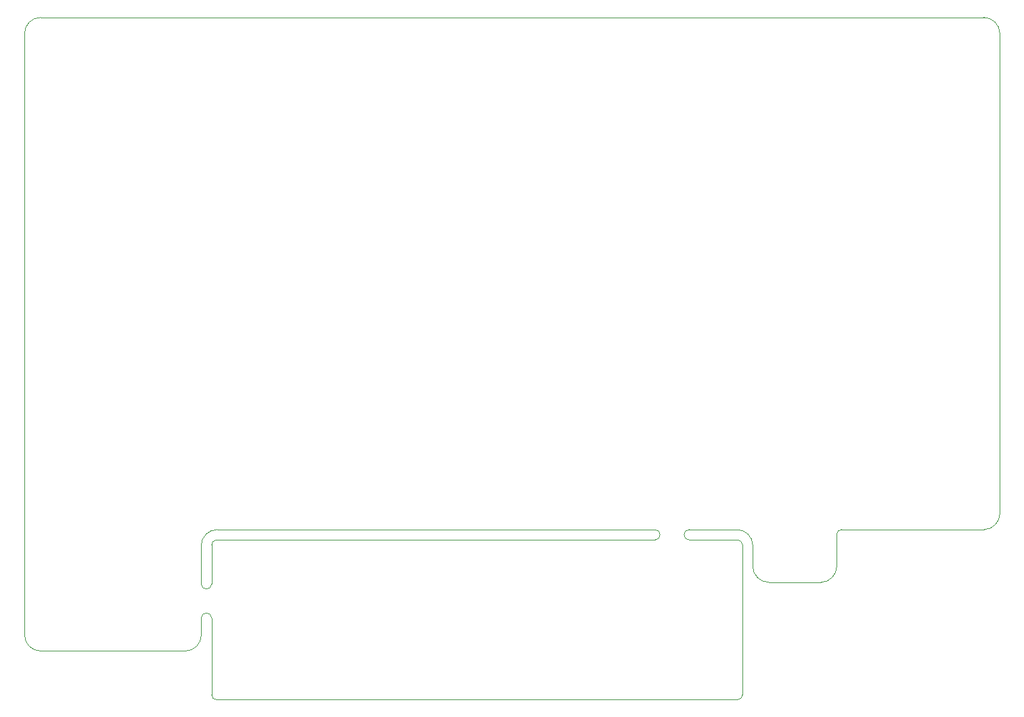
<source format=gm1>
%TF.GenerationSoftware,KiCad,Pcbnew,(6.0.4)*%
%TF.CreationDate,2022-07-25T21:25:33-05:00*%
%TF.ProjectId,SchiitBox,53636869-6974-4426-9f78-2e6b69636164,rev?*%
%TF.SameCoordinates,Original*%
%TF.FileFunction,Profile,NP*%
%FSLAX46Y46*%
G04 Gerber Fmt 4.6, Leading zero omitted, Abs format (unit mm)*
G04 Created by KiCad (PCBNEW (6.0.4)) date 2022-07-25 21:25:33*
%MOMM*%
%LPD*%
G01*
G04 APERTURE LIST*
%TA.AperFunction,Profile*%
%ADD10C,0.050000*%
%TD*%
G04 APERTURE END LIST*
D10*
X44100000Y-84600000D02*
G75*
G03*
X42100000Y-86600000I0J-2000000D01*
G01*
X122200000Y-84600600D02*
G75*
G03*
X121600000Y-85200624I0J-600000D01*
G01*
X119600000Y-91200000D02*
G75*
G03*
X121600000Y-89200000I0J2000000D01*
G01*
X98850000Y-85900000D02*
G75*
G03*
X98850000Y-84600000I0J650000D01*
G01*
X140000000Y-20500000D02*
X22000000Y-20500000D01*
X20000000Y-22500000D02*
X20000000Y-97800000D01*
X44000000Y-85900000D02*
G75*
G03*
X43400000Y-86500000I0J-600000D01*
G01*
X109100000Y-84600000D02*
X103150000Y-84600000D01*
X40100000Y-99800000D02*
G75*
G03*
X42100000Y-97800000I0J2000000D01*
G01*
X109800000Y-86500000D02*
G75*
G03*
X109200000Y-85900000I-600000J0D01*
G01*
X43400000Y-95700000D02*
X43400000Y-105300000D01*
X98850000Y-84600000D02*
X44100000Y-84600000D01*
X44000000Y-105900000D02*
X109200001Y-105899999D01*
X140000000Y-84600000D02*
G75*
G03*
X142000000Y-82600000I0J2000000D01*
G01*
X40100000Y-99800000D02*
X22000000Y-99800000D01*
X103150000Y-85900000D02*
X109200000Y-85900000D01*
X111100000Y-86600000D02*
G75*
G03*
X109100000Y-84600000I-2000000J0D01*
G01*
X53300000Y-85900000D02*
X44000000Y-85900000D01*
X109800001Y-105299999D02*
X109800000Y-86500000D01*
X142000000Y-82600000D02*
X142000000Y-22500000D01*
X111100000Y-89200000D02*
X111100000Y-86600000D01*
X98850000Y-85900000D02*
X53300000Y-85900000D01*
X140000000Y-84600000D02*
X122200000Y-84600624D01*
X42100000Y-95700000D02*
X42100000Y-97800000D01*
X121600000Y-85200624D02*
X121600000Y-89200000D01*
X142000000Y-22500000D02*
G75*
G03*
X140000000Y-20500000I-2000000J0D01*
G01*
X119600000Y-91200000D02*
X113100000Y-91200000D01*
X22000000Y-20500000D02*
G75*
G03*
X20000000Y-22500000I0J-2000000D01*
G01*
X109200001Y-105900001D02*
G75*
G03*
X109800001Y-105299999I-1J600001D01*
G01*
X43400000Y-95700000D02*
G75*
G03*
X42100000Y-95700000I-650000J0D01*
G01*
X103150000Y-84600000D02*
G75*
G03*
X103150000Y-85900000I0J-650000D01*
G01*
X42100000Y-86600000D02*
X42100000Y-91400000D01*
X43400000Y-105300000D02*
G75*
G03*
X44000000Y-105900000I600000J0D01*
G01*
X20000000Y-97800000D02*
G75*
G03*
X22000000Y-99800000I2000000J0D01*
G01*
X42100000Y-91400000D02*
G75*
G03*
X43400000Y-91400000I650000J0D01*
G01*
X111100000Y-89200000D02*
G75*
G03*
X113100000Y-91200000I2000000J0D01*
G01*
X43400000Y-86500000D02*
X43400000Y-91400000D01*
M02*

</source>
